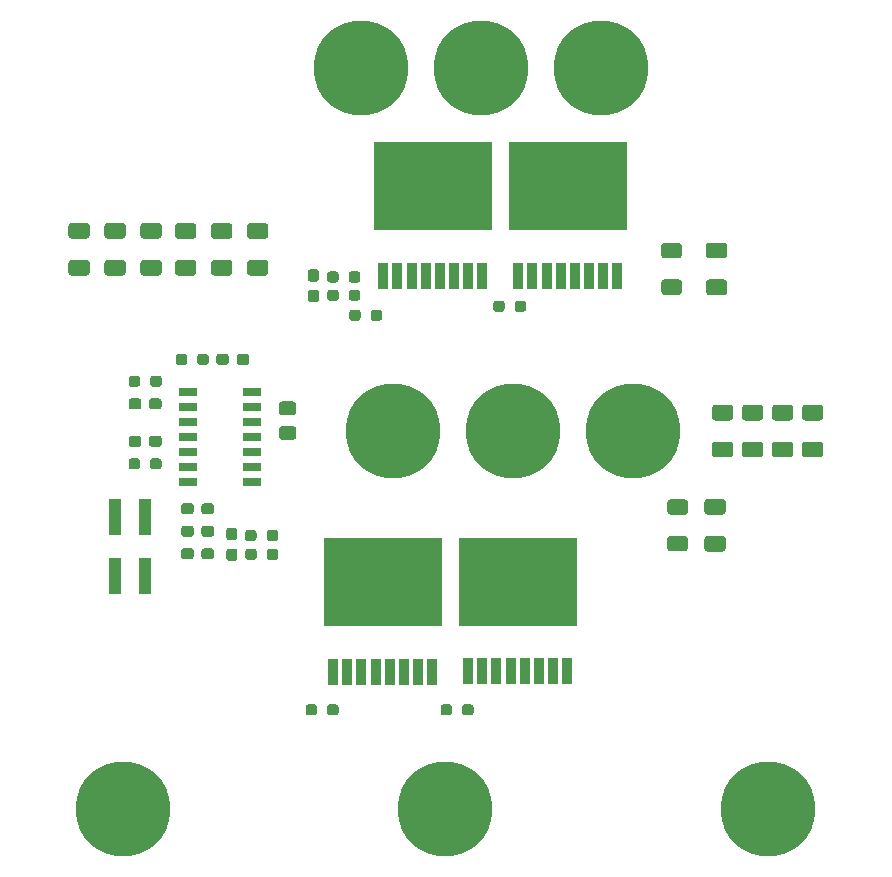
<source format=gtp>
G04 #@! TF.GenerationSoftware,KiCad,Pcbnew,5.1.9-73d0e3b20d~88~ubuntu20.04.1*
G04 #@! TF.CreationDate,2021-04-19T12:44:21+02:00*
G04 #@! TF.ProjectId,Inverter,496e7665-7274-4657-922e-6b696361645f,rev?*
G04 #@! TF.SameCoordinates,Original*
G04 #@! TF.FileFunction,Paste,Top*
G04 #@! TF.FilePolarity,Positive*
%FSLAX46Y46*%
G04 Gerber Fmt 4.6, Leading zero omitted, Abs format (unit mm)*
G04 Created by KiCad (PCBNEW 5.1.9-73d0e3b20d~88~ubuntu20.04.1) date 2021-04-19 12:44:21*
%MOMM*%
%LPD*%
G01*
G04 APERTURE LIST*
%ADD10R,9.956800X7.467600*%
%ADD11R,0.889000X2.311400*%
%ADD12C,8.000000*%
%ADD13R,1.000000X3.150000*%
%ADD14R,1.525000X0.700000*%
G04 APERTURE END LIST*
D10*
X96316800Y-105918000D03*
D11*
X92116801Y-113474500D03*
X93316801Y-113474500D03*
X94516801Y-113474500D03*
X95716801Y-113474500D03*
X96916801Y-113474500D03*
X98116801Y-113474500D03*
X99316802Y-113474500D03*
X100516799Y-113474500D03*
D10*
X107746800Y-105892600D03*
D11*
X103546801Y-113449100D03*
X104746801Y-113449100D03*
X105946801Y-113449100D03*
X107146801Y-113449100D03*
X108346801Y-113449100D03*
X109546801Y-113449100D03*
X110746802Y-113449100D03*
X111946799Y-113449100D03*
D10*
X100558600Y-72390000D03*
D11*
X96358601Y-79946500D03*
X97558601Y-79946500D03*
X98758601Y-79946500D03*
X99958601Y-79946500D03*
X101158601Y-79946500D03*
X102358601Y-79946500D03*
X103558602Y-79946500D03*
X104758599Y-79946500D03*
D10*
X111988600Y-72390000D03*
D11*
X107788601Y-79946500D03*
X108988601Y-79946500D03*
X110188601Y-79946500D03*
X111388601Y-79946500D03*
X112588601Y-79946500D03*
X113788601Y-79946500D03*
X114988602Y-79946500D03*
X116188599Y-79946500D03*
D12*
X128905000Y-125095000D03*
X101600000Y-125095000D03*
X74295000Y-125095000D03*
X117475000Y-93091000D03*
X107315000Y-93091000D03*
X97155000Y-93091000D03*
X114808000Y-62357000D03*
X104648000Y-62357000D03*
X94488000Y-62357000D03*
G36*
G01*
X69961997Y-78624000D02*
X71262003Y-78624000D01*
G75*
G02*
X71512000Y-78873997I0J-249997D01*
G01*
X71512000Y-79699003D01*
G75*
G02*
X71262003Y-79949000I-249997J0D01*
G01*
X69961997Y-79949000D01*
G75*
G02*
X69712000Y-79699003I0J249997D01*
G01*
X69712000Y-78873997D01*
G75*
G02*
X69961997Y-78624000I249997J0D01*
G01*
G37*
G36*
G01*
X69961997Y-75499000D02*
X71262003Y-75499000D01*
G75*
G02*
X71512000Y-75748997I0J-249997D01*
G01*
X71512000Y-76574003D01*
G75*
G02*
X71262003Y-76824000I-249997J0D01*
G01*
X69961997Y-76824000D01*
G75*
G02*
X69712000Y-76574003I0J249997D01*
G01*
X69712000Y-75748997D01*
G75*
G02*
X69961997Y-75499000I249997J0D01*
G01*
G37*
G36*
G01*
X73009997Y-78624000D02*
X74310003Y-78624000D01*
G75*
G02*
X74560000Y-78873997I0J-249997D01*
G01*
X74560000Y-79699003D01*
G75*
G02*
X74310003Y-79949000I-249997J0D01*
G01*
X73009997Y-79949000D01*
G75*
G02*
X72760000Y-79699003I0J249997D01*
G01*
X72760000Y-78873997D01*
G75*
G02*
X73009997Y-78624000I249997J0D01*
G01*
G37*
G36*
G01*
X73009997Y-75499000D02*
X74310003Y-75499000D01*
G75*
G02*
X74560000Y-75748997I0J-249997D01*
G01*
X74560000Y-76574003D01*
G75*
G02*
X74310003Y-76824000I-249997J0D01*
G01*
X73009997Y-76824000D01*
G75*
G02*
X72760000Y-76574003I0J249997D01*
G01*
X72760000Y-75748997D01*
G75*
G02*
X73009997Y-75499000I249997J0D01*
G01*
G37*
G36*
G01*
X82026997Y-78624000D02*
X83327003Y-78624000D01*
G75*
G02*
X83577000Y-78873997I0J-249997D01*
G01*
X83577000Y-79699003D01*
G75*
G02*
X83327003Y-79949000I-249997J0D01*
G01*
X82026997Y-79949000D01*
G75*
G02*
X81777000Y-79699003I0J249997D01*
G01*
X81777000Y-78873997D01*
G75*
G02*
X82026997Y-78624000I249997J0D01*
G01*
G37*
G36*
G01*
X82026997Y-75499000D02*
X83327003Y-75499000D01*
G75*
G02*
X83577000Y-75748997I0J-249997D01*
G01*
X83577000Y-76574003D01*
G75*
G02*
X83327003Y-76824000I-249997J0D01*
G01*
X82026997Y-76824000D01*
G75*
G02*
X81777000Y-76574003I0J249997D01*
G01*
X81777000Y-75748997D01*
G75*
G02*
X82026997Y-75499000I249997J0D01*
G01*
G37*
G36*
G01*
X76057997Y-78624000D02*
X77358003Y-78624000D01*
G75*
G02*
X77608000Y-78873997I0J-249997D01*
G01*
X77608000Y-79699003D01*
G75*
G02*
X77358003Y-79949000I-249997J0D01*
G01*
X76057997Y-79949000D01*
G75*
G02*
X75808000Y-79699003I0J249997D01*
G01*
X75808000Y-78873997D01*
G75*
G02*
X76057997Y-78624000I249997J0D01*
G01*
G37*
G36*
G01*
X76057997Y-75499000D02*
X77358003Y-75499000D01*
G75*
G02*
X77608000Y-75748997I0J-249997D01*
G01*
X77608000Y-76574003D01*
G75*
G02*
X77358003Y-76824000I-249997J0D01*
G01*
X76057997Y-76824000D01*
G75*
G02*
X75808000Y-76574003I0J249997D01*
G01*
X75808000Y-75748997D01*
G75*
G02*
X76057997Y-75499000I249997J0D01*
G01*
G37*
G36*
G01*
X78978997Y-78624000D02*
X80279003Y-78624000D01*
G75*
G02*
X80529000Y-78873997I0J-249997D01*
G01*
X80529000Y-79699003D01*
G75*
G02*
X80279003Y-79949000I-249997J0D01*
G01*
X78978997Y-79949000D01*
G75*
G02*
X78729000Y-79699003I0J249997D01*
G01*
X78729000Y-78873997D01*
G75*
G02*
X78978997Y-78624000I249997J0D01*
G01*
G37*
G36*
G01*
X78978997Y-75499000D02*
X80279003Y-75499000D01*
G75*
G02*
X80529000Y-75748997I0J-249997D01*
G01*
X80529000Y-76574003D01*
G75*
G02*
X80279003Y-76824000I-249997J0D01*
G01*
X78978997Y-76824000D01*
G75*
G02*
X78729000Y-76574003I0J249997D01*
G01*
X78729000Y-75748997D01*
G75*
G02*
X78978997Y-75499000I249997J0D01*
G01*
G37*
G36*
G01*
X121910001Y-100192000D02*
X120659999Y-100192000D01*
G75*
G02*
X120410000Y-99942001I0J249999D01*
G01*
X120410000Y-99141999D01*
G75*
G02*
X120659999Y-98892000I249999J0D01*
G01*
X121910001Y-98892000D01*
G75*
G02*
X122160000Y-99141999I0J-249999D01*
G01*
X122160000Y-99942001D01*
G75*
G02*
X121910001Y-100192000I-249999J0D01*
G01*
G37*
G36*
G01*
X121910001Y-103292000D02*
X120659999Y-103292000D01*
G75*
G02*
X120410000Y-103042001I0J249999D01*
G01*
X120410000Y-102241999D01*
G75*
G02*
X120659999Y-101992000I249999J0D01*
G01*
X121910001Y-101992000D01*
G75*
G02*
X122160000Y-102241999I0J-249999D01*
G01*
X122160000Y-103042001D01*
G75*
G02*
X121910001Y-103292000I-249999J0D01*
G01*
G37*
G36*
G01*
X121402001Y-78475000D02*
X120151999Y-78475000D01*
G75*
G02*
X119902000Y-78225001I0J249999D01*
G01*
X119902000Y-77424999D01*
G75*
G02*
X120151999Y-77175000I249999J0D01*
G01*
X121402001Y-77175000D01*
G75*
G02*
X121652000Y-77424999I0J-249999D01*
G01*
X121652000Y-78225001D01*
G75*
G02*
X121402001Y-78475000I-249999J0D01*
G01*
G37*
G36*
G01*
X121402001Y-81575000D02*
X120151999Y-81575000D01*
G75*
G02*
X119902000Y-81325001I0J249999D01*
G01*
X119902000Y-80524999D01*
G75*
G02*
X120151999Y-80275000I249999J0D01*
G01*
X121402001Y-80275000D01*
G75*
G02*
X121652000Y-80524999I0J-249999D01*
G01*
X121652000Y-81325001D01*
G75*
G02*
X121402001Y-81575000I-249999J0D01*
G01*
G37*
G36*
G01*
X123809997Y-101992000D02*
X125110003Y-101992000D01*
G75*
G02*
X125360000Y-102241997I0J-249997D01*
G01*
X125360000Y-103067003D01*
G75*
G02*
X125110003Y-103317000I-249997J0D01*
G01*
X123809997Y-103317000D01*
G75*
G02*
X123560000Y-103067003I0J249997D01*
G01*
X123560000Y-102241997D01*
G75*
G02*
X123809997Y-101992000I249997J0D01*
G01*
G37*
G36*
G01*
X123809997Y-98867000D02*
X125110003Y-98867000D01*
G75*
G02*
X125360000Y-99116997I0J-249997D01*
G01*
X125360000Y-99942003D01*
G75*
G02*
X125110003Y-100192000I-249997J0D01*
G01*
X123809997Y-100192000D01*
G75*
G02*
X123560000Y-99942003I0J249997D01*
G01*
X123560000Y-99116997D01*
G75*
G02*
X123809997Y-98867000I249997J0D01*
G01*
G37*
G36*
G01*
X123936997Y-80275000D02*
X125237003Y-80275000D01*
G75*
G02*
X125487000Y-80524997I0J-249997D01*
G01*
X125487000Y-81350003D01*
G75*
G02*
X125237003Y-81600000I-249997J0D01*
G01*
X123936997Y-81600000D01*
G75*
G02*
X123687000Y-81350003I0J249997D01*
G01*
X123687000Y-80524997D01*
G75*
G02*
X123936997Y-80275000I249997J0D01*
G01*
G37*
G36*
G01*
X123936997Y-77150000D02*
X125237003Y-77150000D01*
G75*
G02*
X125487000Y-77399997I0J-249997D01*
G01*
X125487000Y-78225003D01*
G75*
G02*
X125237003Y-78475000I-249997J0D01*
G01*
X123936997Y-78475000D01*
G75*
G02*
X123687000Y-78225003I0J249997D01*
G01*
X123687000Y-77399997D01*
G75*
G02*
X123936997Y-77150000I249997J0D01*
G01*
G37*
G36*
G01*
X132064997Y-94016400D02*
X133365003Y-94016400D01*
G75*
G02*
X133615000Y-94266397I0J-249997D01*
G01*
X133615000Y-95091403D01*
G75*
G02*
X133365003Y-95341400I-249997J0D01*
G01*
X132064997Y-95341400D01*
G75*
G02*
X131815000Y-95091403I0J249997D01*
G01*
X131815000Y-94266397D01*
G75*
G02*
X132064997Y-94016400I249997J0D01*
G01*
G37*
G36*
G01*
X132064997Y-90891400D02*
X133365003Y-90891400D01*
G75*
G02*
X133615000Y-91141397I0J-249997D01*
G01*
X133615000Y-91966403D01*
G75*
G02*
X133365003Y-92216400I-249997J0D01*
G01*
X132064997Y-92216400D01*
G75*
G02*
X131815000Y-91966403I0J249997D01*
G01*
X131815000Y-91141397D01*
G75*
G02*
X132064997Y-90891400I249997J0D01*
G01*
G37*
G36*
G01*
X129524997Y-94016400D02*
X130825003Y-94016400D01*
G75*
G02*
X131075000Y-94266397I0J-249997D01*
G01*
X131075000Y-95091403D01*
G75*
G02*
X130825003Y-95341400I-249997J0D01*
G01*
X129524997Y-95341400D01*
G75*
G02*
X129275000Y-95091403I0J249997D01*
G01*
X129275000Y-94266397D01*
G75*
G02*
X129524997Y-94016400I249997J0D01*
G01*
G37*
G36*
G01*
X129524997Y-90891400D02*
X130825003Y-90891400D01*
G75*
G02*
X131075000Y-91141397I0J-249997D01*
G01*
X131075000Y-91966403D01*
G75*
G02*
X130825003Y-92216400I-249997J0D01*
G01*
X129524997Y-92216400D01*
G75*
G02*
X129275000Y-91966403I0J249997D01*
G01*
X129275000Y-91141397D01*
G75*
G02*
X129524997Y-90891400I249997J0D01*
G01*
G37*
G36*
G01*
X126984997Y-94016400D02*
X128285003Y-94016400D01*
G75*
G02*
X128535000Y-94266397I0J-249997D01*
G01*
X128535000Y-95091403D01*
G75*
G02*
X128285003Y-95341400I-249997J0D01*
G01*
X126984997Y-95341400D01*
G75*
G02*
X126735000Y-95091403I0J249997D01*
G01*
X126735000Y-94266397D01*
G75*
G02*
X126984997Y-94016400I249997J0D01*
G01*
G37*
G36*
G01*
X126984997Y-90891400D02*
X128285003Y-90891400D01*
G75*
G02*
X128535000Y-91141397I0J-249997D01*
G01*
X128535000Y-91966403D01*
G75*
G02*
X128285003Y-92216400I-249997J0D01*
G01*
X126984997Y-92216400D01*
G75*
G02*
X126735000Y-91966403I0J249997D01*
G01*
X126735000Y-91141397D01*
G75*
G02*
X126984997Y-90891400I249997J0D01*
G01*
G37*
G36*
G01*
X124444997Y-94016400D02*
X125745003Y-94016400D01*
G75*
G02*
X125995000Y-94266397I0J-249997D01*
G01*
X125995000Y-95091403D01*
G75*
G02*
X125745003Y-95341400I-249997J0D01*
G01*
X124444997Y-95341400D01*
G75*
G02*
X124195000Y-95091403I0J249997D01*
G01*
X124195000Y-94266397D01*
G75*
G02*
X124444997Y-94016400I249997J0D01*
G01*
G37*
G36*
G01*
X124444997Y-90891400D02*
X125745003Y-90891400D01*
G75*
G02*
X125995000Y-91141397I0J-249997D01*
G01*
X125995000Y-91966403D01*
G75*
G02*
X125745003Y-92216400I-249997J0D01*
G01*
X124444997Y-92216400D01*
G75*
G02*
X124195000Y-91966403I0J249997D01*
G01*
X124195000Y-91141397D01*
G75*
G02*
X124444997Y-90891400I249997J0D01*
G01*
G37*
G36*
G01*
X85074997Y-78624000D02*
X86375003Y-78624000D01*
G75*
G02*
X86625000Y-78873997I0J-249997D01*
G01*
X86625000Y-79699003D01*
G75*
G02*
X86375003Y-79949000I-249997J0D01*
G01*
X85074997Y-79949000D01*
G75*
G02*
X84825000Y-79699003I0J249997D01*
G01*
X84825000Y-78873997D01*
G75*
G02*
X85074997Y-78624000I249997J0D01*
G01*
G37*
G36*
G01*
X85074997Y-75499000D02*
X86375003Y-75499000D01*
G75*
G02*
X86625000Y-75748997I0J-249997D01*
G01*
X86625000Y-76574003D01*
G75*
G02*
X86375003Y-76824000I-249997J0D01*
G01*
X85074997Y-76824000D01*
G75*
G02*
X84825000Y-76574003I0J249997D01*
G01*
X84825000Y-75748997D01*
G75*
G02*
X85074997Y-75499000I249997J0D01*
G01*
G37*
D13*
X76200000Y-100345000D03*
X76200000Y-105395000D03*
X73660000Y-100345000D03*
X73660000Y-105395000D03*
D14*
X79838000Y-89763600D03*
X79838000Y-91033600D03*
X79838000Y-92303600D03*
X79838000Y-93573600D03*
X79838000Y-94843600D03*
X79838000Y-96113600D03*
X79838000Y-97383600D03*
X85262000Y-97383600D03*
X85262000Y-96113600D03*
X85262000Y-94843600D03*
X85262000Y-93573600D03*
X85262000Y-92303600D03*
X85262000Y-91033600D03*
X85262000Y-89763600D03*
G36*
G01*
X87790000Y-92678500D02*
X88740000Y-92678500D01*
G75*
G02*
X88990000Y-92928500I0J-250000D01*
G01*
X88990000Y-93603500D01*
G75*
G02*
X88740000Y-93853500I-250000J0D01*
G01*
X87790000Y-93853500D01*
G75*
G02*
X87540000Y-93603500I0J250000D01*
G01*
X87540000Y-92928500D01*
G75*
G02*
X87790000Y-92678500I250000J0D01*
G01*
G37*
G36*
G01*
X87790000Y-90603500D02*
X88740000Y-90603500D01*
G75*
G02*
X88990000Y-90853500I0J-250000D01*
G01*
X88990000Y-91528500D01*
G75*
G02*
X88740000Y-91778500I-250000J0D01*
G01*
X87790000Y-91778500D01*
G75*
G02*
X87540000Y-91528500I0J250000D01*
G01*
X87540000Y-90853500D01*
G75*
G02*
X87790000Y-90603500I250000J0D01*
G01*
G37*
G36*
G01*
X83303100Y-103053600D02*
X83778100Y-103053600D01*
G75*
G02*
X84015600Y-103291100I0J-237500D01*
G01*
X84015600Y-103866100D01*
G75*
G02*
X83778100Y-104103600I-237500J0D01*
G01*
X83303100Y-104103600D01*
G75*
G02*
X83065600Y-103866100I0J237500D01*
G01*
X83065600Y-103291100D01*
G75*
G02*
X83303100Y-103053600I237500J0D01*
G01*
G37*
G36*
G01*
X83303100Y-101303600D02*
X83778100Y-101303600D01*
G75*
G02*
X84015600Y-101541100I0J-237500D01*
G01*
X84015600Y-102116100D01*
G75*
G02*
X83778100Y-102353600I-237500J0D01*
G01*
X83303100Y-102353600D01*
G75*
G02*
X83065600Y-102116100I0J237500D01*
G01*
X83065600Y-101541100D01*
G75*
G02*
X83303100Y-101303600I237500J0D01*
G01*
G37*
G36*
G01*
X85653700Y-103318300D02*
X85653700Y-103793300D01*
G75*
G02*
X85416200Y-104030800I-237500J0D01*
G01*
X84916200Y-104030800D01*
G75*
G02*
X84678700Y-103793300I0J237500D01*
G01*
X84678700Y-103318300D01*
G75*
G02*
X84916200Y-103080800I237500J0D01*
G01*
X85416200Y-103080800D01*
G75*
G02*
X85653700Y-103318300I0J-237500D01*
G01*
G37*
G36*
G01*
X87478700Y-103318300D02*
X87478700Y-103793300D01*
G75*
G02*
X87241200Y-104030800I-237500J0D01*
G01*
X86741200Y-104030800D01*
G75*
G02*
X86503700Y-103793300I0J237500D01*
G01*
X86503700Y-103318300D01*
G75*
G02*
X86741200Y-103080800I237500J0D01*
G01*
X87241200Y-103080800D01*
G75*
G02*
X87478700Y-103318300I0J-237500D01*
G01*
G37*
G36*
G01*
X85632100Y-101718100D02*
X85632100Y-102193100D01*
G75*
G02*
X85394600Y-102430600I-237500J0D01*
G01*
X84894600Y-102430600D01*
G75*
G02*
X84657100Y-102193100I0J237500D01*
G01*
X84657100Y-101718100D01*
G75*
G02*
X84894600Y-101480600I237500J0D01*
G01*
X85394600Y-101480600D01*
G75*
G02*
X85632100Y-101718100I0J-237500D01*
G01*
G37*
G36*
G01*
X87457100Y-101718100D02*
X87457100Y-102193100D01*
G75*
G02*
X87219600Y-102430600I-237500J0D01*
G01*
X86719600Y-102430600D01*
G75*
G02*
X86482100Y-102193100I0J237500D01*
G01*
X86482100Y-101718100D01*
G75*
G02*
X86719600Y-101480600I237500J0D01*
G01*
X87219600Y-101480600D01*
G75*
G02*
X87457100Y-101718100I0J-237500D01*
G01*
G37*
G36*
G01*
X80970000Y-101837500D02*
X80970000Y-101362500D01*
G75*
G02*
X81207500Y-101125000I237500J0D01*
G01*
X81807500Y-101125000D01*
G75*
G02*
X82045000Y-101362500I0J-237500D01*
G01*
X82045000Y-101837500D01*
G75*
G02*
X81807500Y-102075000I-237500J0D01*
G01*
X81207500Y-102075000D01*
G75*
G02*
X80970000Y-101837500I0J237500D01*
G01*
G37*
G36*
G01*
X79245000Y-101837500D02*
X79245000Y-101362500D01*
G75*
G02*
X79482500Y-101125000I237500J0D01*
G01*
X80082500Y-101125000D01*
G75*
G02*
X80320000Y-101362500I0J-237500D01*
G01*
X80320000Y-101837500D01*
G75*
G02*
X80082500Y-102075000I-237500J0D01*
G01*
X79482500Y-102075000D01*
G75*
G02*
X79245000Y-101837500I0J237500D01*
G01*
G37*
G36*
G01*
X80970000Y-99932500D02*
X80970000Y-99457500D01*
G75*
G02*
X81207500Y-99220000I237500J0D01*
G01*
X81807500Y-99220000D01*
G75*
G02*
X82045000Y-99457500I0J-237500D01*
G01*
X82045000Y-99932500D01*
G75*
G02*
X81807500Y-100170000I-237500J0D01*
G01*
X81207500Y-100170000D01*
G75*
G02*
X80970000Y-99932500I0J237500D01*
G01*
G37*
G36*
G01*
X79245000Y-99932500D02*
X79245000Y-99457500D01*
G75*
G02*
X79482500Y-99220000I237500J0D01*
G01*
X80082500Y-99220000D01*
G75*
G02*
X80320000Y-99457500I0J-237500D01*
G01*
X80320000Y-99932500D01*
G75*
G02*
X80082500Y-100170000I-237500J0D01*
G01*
X79482500Y-100170000D01*
G75*
G02*
X79245000Y-99932500I0J237500D01*
G01*
G37*
G36*
G01*
X83940700Y-87283300D02*
X83940700Y-86808300D01*
G75*
G02*
X84178200Y-86570800I237500J0D01*
G01*
X84778200Y-86570800D01*
G75*
G02*
X85015700Y-86808300I0J-237500D01*
G01*
X85015700Y-87283300D01*
G75*
G02*
X84778200Y-87520800I-237500J0D01*
G01*
X84178200Y-87520800D01*
G75*
G02*
X83940700Y-87283300I0J237500D01*
G01*
G37*
G36*
G01*
X82215700Y-87283300D02*
X82215700Y-86808300D01*
G75*
G02*
X82453200Y-86570800I237500J0D01*
G01*
X83053200Y-86570800D01*
G75*
G02*
X83290700Y-86808300I0J-237500D01*
G01*
X83290700Y-87283300D01*
G75*
G02*
X83053200Y-87520800I-237500J0D01*
G01*
X82453200Y-87520800D01*
G75*
G02*
X82215700Y-87283300I0J237500D01*
G01*
G37*
G36*
G01*
X80320000Y-103267500D02*
X80320000Y-103742500D01*
G75*
G02*
X80082500Y-103980000I-237500J0D01*
G01*
X79482500Y-103980000D01*
G75*
G02*
X79245000Y-103742500I0J237500D01*
G01*
X79245000Y-103267500D01*
G75*
G02*
X79482500Y-103030000I237500J0D01*
G01*
X80082500Y-103030000D01*
G75*
G02*
X80320000Y-103267500I0J-237500D01*
G01*
G37*
G36*
G01*
X82045000Y-103267500D02*
X82045000Y-103742500D01*
G75*
G02*
X81807500Y-103980000I-237500J0D01*
G01*
X81207500Y-103980000D01*
G75*
G02*
X80970000Y-103742500I0J237500D01*
G01*
X80970000Y-103267500D01*
G75*
G02*
X81207500Y-103030000I237500J0D01*
G01*
X81807500Y-103030000D01*
G75*
G02*
X82045000Y-103267500I0J-237500D01*
G01*
G37*
G36*
G01*
X75875000Y-93742500D02*
X75875000Y-94217500D01*
G75*
G02*
X75637500Y-94455000I-237500J0D01*
G01*
X75037500Y-94455000D01*
G75*
G02*
X74800000Y-94217500I0J237500D01*
G01*
X74800000Y-93742500D01*
G75*
G02*
X75037500Y-93505000I237500J0D01*
G01*
X75637500Y-93505000D01*
G75*
G02*
X75875000Y-93742500I0J-237500D01*
G01*
G37*
G36*
G01*
X77600000Y-93742500D02*
X77600000Y-94217500D01*
G75*
G02*
X77362500Y-94455000I-237500J0D01*
G01*
X76762500Y-94455000D01*
G75*
G02*
X76525000Y-94217500I0J237500D01*
G01*
X76525000Y-93742500D01*
G75*
G02*
X76762500Y-93505000I237500J0D01*
G01*
X77362500Y-93505000D01*
G75*
G02*
X77600000Y-93742500I0J-237500D01*
G01*
G37*
G36*
G01*
X75875000Y-90567500D02*
X75875000Y-91042500D01*
G75*
G02*
X75637500Y-91280000I-237500J0D01*
G01*
X75037500Y-91280000D01*
G75*
G02*
X74800000Y-91042500I0J237500D01*
G01*
X74800000Y-90567500D01*
G75*
G02*
X75037500Y-90330000I237500J0D01*
G01*
X75637500Y-90330000D01*
G75*
G02*
X75875000Y-90567500I0J-237500D01*
G01*
G37*
G36*
G01*
X77600000Y-90567500D02*
X77600000Y-91042500D01*
G75*
G02*
X77362500Y-91280000I-237500J0D01*
G01*
X76762500Y-91280000D01*
G75*
G02*
X76525000Y-91042500I0J237500D01*
G01*
X76525000Y-90567500D01*
G75*
G02*
X76762500Y-90330000I237500J0D01*
G01*
X77362500Y-90330000D01*
G75*
G02*
X77600000Y-90567500I0J-237500D01*
G01*
G37*
G36*
G01*
X75775000Y-95647500D02*
X75775000Y-96122500D01*
G75*
G02*
X75537500Y-96360000I-237500J0D01*
G01*
X75037500Y-96360000D01*
G75*
G02*
X74800000Y-96122500I0J237500D01*
G01*
X74800000Y-95647500D01*
G75*
G02*
X75037500Y-95410000I237500J0D01*
G01*
X75537500Y-95410000D01*
G75*
G02*
X75775000Y-95647500I0J-237500D01*
G01*
G37*
G36*
G01*
X77600000Y-95647500D02*
X77600000Y-96122500D01*
G75*
G02*
X77362500Y-96360000I-237500J0D01*
G01*
X76862500Y-96360000D01*
G75*
G02*
X76625000Y-96122500I0J237500D01*
G01*
X76625000Y-95647500D01*
G75*
G02*
X76862500Y-95410000I237500J0D01*
G01*
X77362500Y-95410000D01*
G75*
G02*
X77600000Y-95647500I0J-237500D01*
G01*
G37*
G36*
G01*
X79760900Y-86808300D02*
X79760900Y-87283300D01*
G75*
G02*
X79523400Y-87520800I-237500J0D01*
G01*
X79023400Y-87520800D01*
G75*
G02*
X78785900Y-87283300I0J237500D01*
G01*
X78785900Y-86808300D01*
G75*
G02*
X79023400Y-86570800I237500J0D01*
G01*
X79523400Y-86570800D01*
G75*
G02*
X79760900Y-86808300I0J-237500D01*
G01*
G37*
G36*
G01*
X81585900Y-86808300D02*
X81585900Y-87283300D01*
G75*
G02*
X81348400Y-87520800I-237500J0D01*
G01*
X80848400Y-87520800D01*
G75*
G02*
X80610900Y-87283300I0J237500D01*
G01*
X80610900Y-86808300D01*
G75*
G02*
X80848400Y-86570800I237500J0D01*
G01*
X81348400Y-86570800D01*
G75*
G02*
X81585900Y-86808300I0J-237500D01*
G01*
G37*
G36*
G01*
X76625000Y-89137500D02*
X76625000Y-88662500D01*
G75*
G02*
X76862500Y-88425000I237500J0D01*
G01*
X77362500Y-88425000D01*
G75*
G02*
X77600000Y-88662500I0J-237500D01*
G01*
X77600000Y-89137500D01*
G75*
G02*
X77362500Y-89375000I-237500J0D01*
G01*
X76862500Y-89375000D01*
G75*
G02*
X76625000Y-89137500I0J237500D01*
G01*
G37*
G36*
G01*
X74800000Y-89137500D02*
X74800000Y-88662500D01*
G75*
G02*
X75037500Y-88425000I237500J0D01*
G01*
X75537500Y-88425000D01*
G75*
G02*
X75775000Y-88662500I0J-237500D01*
G01*
X75775000Y-89137500D01*
G75*
G02*
X75537500Y-89375000I-237500J0D01*
G01*
X75037500Y-89375000D01*
G75*
G02*
X74800000Y-89137500I0J237500D01*
G01*
G37*
G36*
G01*
X90761000Y-116475500D02*
X90761000Y-116950500D01*
G75*
G02*
X90523500Y-117188000I-237500J0D01*
G01*
X90023500Y-117188000D01*
G75*
G02*
X89786000Y-116950500I0J237500D01*
G01*
X89786000Y-116475500D01*
G75*
G02*
X90023500Y-116238000I237500J0D01*
G01*
X90523500Y-116238000D01*
G75*
G02*
X90761000Y-116475500I0J-237500D01*
G01*
G37*
G36*
G01*
X92586000Y-116475500D02*
X92586000Y-116950500D01*
G75*
G02*
X92348500Y-117188000I-237500J0D01*
G01*
X91848500Y-117188000D01*
G75*
G02*
X91611000Y-116950500I0J237500D01*
G01*
X91611000Y-116475500D01*
G75*
G02*
X91848500Y-116238000I237500J0D01*
G01*
X92348500Y-116238000D01*
G75*
G02*
X92586000Y-116475500I0J-237500D01*
G01*
G37*
G36*
G01*
X102191000Y-116475500D02*
X102191000Y-116950500D01*
G75*
G02*
X101953500Y-117188000I-237500J0D01*
G01*
X101453500Y-117188000D01*
G75*
G02*
X101216000Y-116950500I0J237500D01*
G01*
X101216000Y-116475500D01*
G75*
G02*
X101453500Y-116238000I237500J0D01*
G01*
X101953500Y-116238000D01*
G75*
G02*
X102191000Y-116475500I0J-237500D01*
G01*
G37*
G36*
G01*
X104016000Y-116475500D02*
X104016000Y-116950500D01*
G75*
G02*
X103778500Y-117188000I-237500J0D01*
G01*
X103278500Y-117188000D01*
G75*
G02*
X103041000Y-116950500I0J237500D01*
G01*
X103041000Y-116475500D01*
G75*
G02*
X103278500Y-116238000I237500J0D01*
G01*
X103778500Y-116238000D01*
G75*
G02*
X104016000Y-116475500I0J-237500D01*
G01*
G37*
G36*
G01*
X94444000Y-83074500D02*
X94444000Y-83549500D01*
G75*
G02*
X94206500Y-83787000I-237500J0D01*
G01*
X93706500Y-83787000D01*
G75*
G02*
X93469000Y-83549500I0J237500D01*
G01*
X93469000Y-83074500D01*
G75*
G02*
X93706500Y-82837000I237500J0D01*
G01*
X94206500Y-82837000D01*
G75*
G02*
X94444000Y-83074500I0J-237500D01*
G01*
G37*
G36*
G01*
X96269000Y-83074500D02*
X96269000Y-83549500D01*
G75*
G02*
X96031500Y-83787000I-237500J0D01*
G01*
X95531500Y-83787000D01*
G75*
G02*
X95294000Y-83549500I0J237500D01*
G01*
X95294000Y-83074500D01*
G75*
G02*
X95531500Y-82837000I237500J0D01*
G01*
X96031500Y-82837000D01*
G75*
G02*
X96269000Y-83074500I0J-237500D01*
G01*
G37*
G36*
G01*
X106636000Y-82312500D02*
X106636000Y-82787500D01*
G75*
G02*
X106398500Y-83025000I-237500J0D01*
G01*
X105898500Y-83025000D01*
G75*
G02*
X105661000Y-82787500I0J237500D01*
G01*
X105661000Y-82312500D01*
G75*
G02*
X105898500Y-82075000I237500J0D01*
G01*
X106398500Y-82075000D01*
G75*
G02*
X106636000Y-82312500I0J-237500D01*
G01*
G37*
G36*
G01*
X108461000Y-82312500D02*
X108461000Y-82787500D01*
G75*
G02*
X108223500Y-83025000I-237500J0D01*
G01*
X107723500Y-83025000D01*
G75*
G02*
X107486000Y-82787500I0J237500D01*
G01*
X107486000Y-82312500D01*
G75*
G02*
X107723500Y-82075000I237500J0D01*
G01*
X108223500Y-82075000D01*
G75*
G02*
X108461000Y-82312500I0J-237500D01*
G01*
G37*
G36*
G01*
X92587900Y-79823300D02*
X92587900Y-80298300D01*
G75*
G02*
X92350400Y-80535800I-237500J0D01*
G01*
X91850400Y-80535800D01*
G75*
G02*
X91612900Y-80298300I0J237500D01*
G01*
X91612900Y-79823300D01*
G75*
G02*
X91850400Y-79585800I237500J0D01*
G01*
X92350400Y-79585800D01*
G75*
G02*
X92587900Y-79823300I0J-237500D01*
G01*
G37*
G36*
G01*
X94412900Y-79823300D02*
X94412900Y-80298300D01*
G75*
G02*
X94175400Y-80535800I-237500J0D01*
G01*
X93675400Y-80535800D01*
G75*
G02*
X93437900Y-80298300I0J237500D01*
G01*
X93437900Y-79823300D01*
G75*
G02*
X93675400Y-79585800I237500J0D01*
G01*
X94175400Y-79585800D01*
G75*
G02*
X94412900Y-79823300I0J-237500D01*
G01*
G37*
G36*
G01*
X92591700Y-81372700D02*
X92591700Y-81847700D01*
G75*
G02*
X92354200Y-82085200I-237500J0D01*
G01*
X91854200Y-82085200D01*
G75*
G02*
X91616700Y-81847700I0J237500D01*
G01*
X91616700Y-81372700D01*
G75*
G02*
X91854200Y-81135200I237500J0D01*
G01*
X92354200Y-81135200D01*
G75*
G02*
X92591700Y-81372700I0J-237500D01*
G01*
G37*
G36*
G01*
X94416700Y-81372700D02*
X94416700Y-81847700D01*
G75*
G02*
X94179200Y-82085200I-237500J0D01*
G01*
X93679200Y-82085200D01*
G75*
G02*
X93441700Y-81847700I0J237500D01*
G01*
X93441700Y-81372700D01*
G75*
G02*
X93679200Y-81135200I237500J0D01*
G01*
X94179200Y-81135200D01*
G75*
G02*
X94416700Y-81372700I0J-237500D01*
G01*
G37*
G36*
G01*
X90686900Y-80458800D02*
X90211900Y-80458800D01*
G75*
G02*
X89974400Y-80221300I0J237500D01*
G01*
X89974400Y-79646300D01*
G75*
G02*
X90211900Y-79408800I237500J0D01*
G01*
X90686900Y-79408800D01*
G75*
G02*
X90924400Y-79646300I0J-237500D01*
G01*
X90924400Y-80221300D01*
G75*
G02*
X90686900Y-80458800I-237500J0D01*
G01*
G37*
G36*
G01*
X90686900Y-82208800D02*
X90211900Y-82208800D01*
G75*
G02*
X89974400Y-81971300I0J237500D01*
G01*
X89974400Y-81396300D01*
G75*
G02*
X90211900Y-81158800I237500J0D01*
G01*
X90686900Y-81158800D01*
G75*
G02*
X90924400Y-81396300I0J-237500D01*
G01*
X90924400Y-81971300D01*
G75*
G02*
X90686900Y-82208800I-237500J0D01*
G01*
G37*
M02*

</source>
